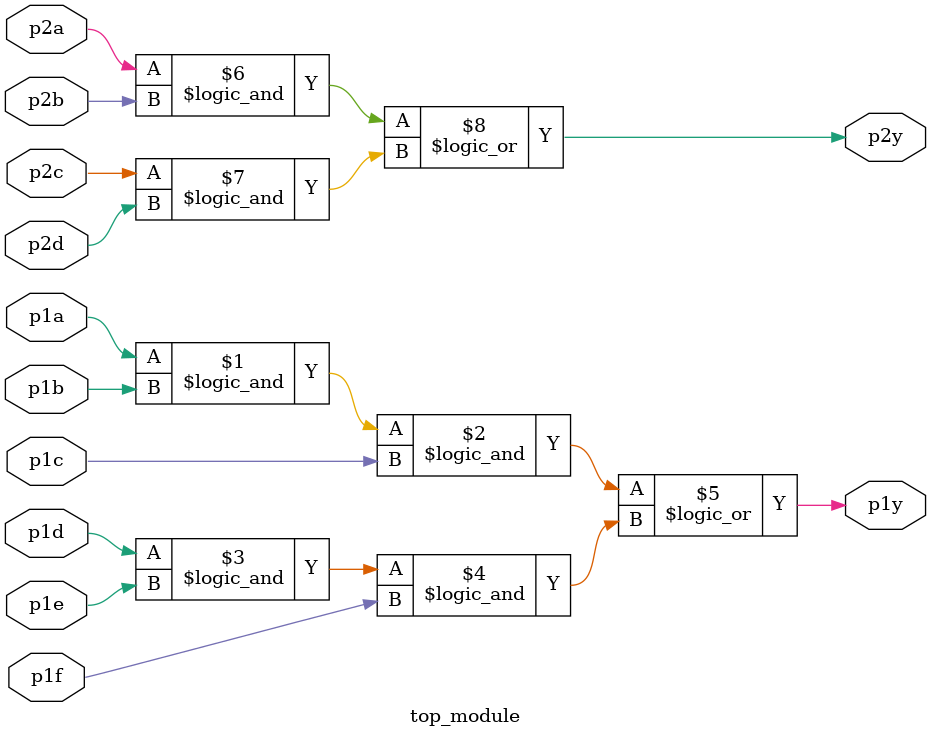
<source format=v>



module top_module ( 
    input p1a, p1b, p1c, p1d, p1e, p1f,
    output p1y,
    input p2a, p2b, p2c, p2d,
    output p2y );
    assign p1y=(p1a && p1b && p1c) ||  (p1d && p1e && p1f);
    assign p2y=(p2a && p2b)  ||  (p2c && p2d) ;
endmodule

</source>
